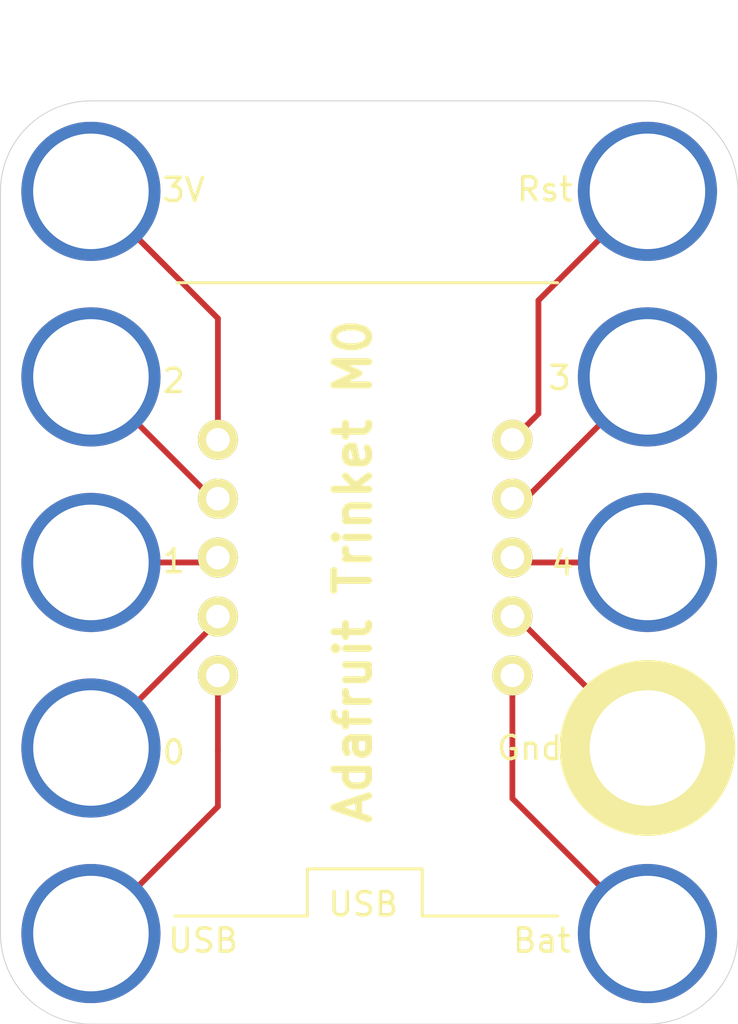
<source format=kicad_pcb>
(kicad_pcb (version 20171130) (host pcbnew "(5.0.1-3-g963ef8bb5)")

  (general
    (thickness 1.6)
    (drawings 2)
    (tracks 23)
    (zones 0)
    (modules 1)
    (nets 1)
  )

  (page A4)
  (layers
    (0 F.Cu signal)
    (31 B.Cu signal)
    (32 B.Adhes user)
    (33 F.Adhes user)
    (34 B.Paste user)
    (35 F.Paste user)
    (36 B.SilkS user)
    (37 F.SilkS user)
    (38 B.Mask user)
    (39 F.Mask user)
    (40 Dwgs.User user)
    (41 Cmts.User user)
    (42 Eco1.User user)
    (43 Eco2.User user)
    (44 Edge.Cuts user)
    (45 Margin user)
    (46 B.CrtYd user)
    (47 F.CrtYd user)
    (48 B.Fab user)
    (49 F.Fab user)
  )

  (setup
    (last_trace_width 0.25)
    (trace_clearance 0.2)
    (zone_clearance 0.508)
    (zone_45_only no)
    (trace_min 0.2)
    (segment_width 0.2)
    (edge_width 0.15)
    (via_size 0.8)
    (via_drill 0.4)
    (via_min_size 0.4)
    (via_min_drill 0.3)
    (uvia_size 0.3)
    (uvia_drill 0.1)
    (uvias_allowed no)
    (uvia_min_size 0.2)
    (uvia_min_drill 0.1)
    (pcb_text_width 0.3)
    (pcb_text_size 1.5 1.5)
    (mod_edge_width 0.15)
    (mod_text_size 1 1)
    (mod_text_width 0.15)
    (pad_size 1.524 1.524)
    (pad_drill 0.762)
    (pad_to_mask_clearance 0.051)
    (solder_mask_min_width 0.25)
    (aux_axis_origin 0 0)
    (grid_origin 134.49 85.34)
    (visible_elements FFFFFF7F)
    (pcbplotparams
      (layerselection 0x010fc_ffffffff)
      (usegerberextensions false)
      (usegerberattributes false)
      (usegerberadvancedattributes false)
      (creategerberjobfile false)
      (excludeedgelayer true)
      (linewidth 0.100000)
      (plotframeref false)
      (viasonmask false)
      (mode 1)
      (useauxorigin false)
      (hpglpennumber 1)
      (hpglpenspeed 20)
      (hpglpendiameter 15.000000)
      (psnegative false)
      (psa4output false)
      (plotreference true)
      (plotvalue true)
      (plotinvisibletext false)
      (padsonsilk false)
      (subtractmaskfromsilk false)
      (outputformat 1)
      (mirror false)
      (drillshape 1)
      (scaleselection 1)
      (outputdirectory ""))
  )

  (net 0 "")

  (net_class Default "This is the default net class."
    (clearance 0.2)
    (trace_width 0.25)
    (via_dia 0.8)
    (via_drill 0.4)
    (uvia_dia 0.3)
    (uvia_drill 0.1)
  )

  (module Crazy_Circuits:Adafruit-Trinket-M0 (layer F.Cu) (tedit 5C573FED) (tstamp 5C63B8F4)
    (at 110.49 53.34)
    (descr "8-lead dip package, row spacing 7.62 mm (300 mils)")
    (tags "dil dip 2.54 300")
    (fp_text reference M0 (at 13 25 90) (layer F.SilkS) hide
      (effects (font (size 1 1) (thickness 0.15)))
    )
    (fp_text value "Adafruit Trinket" (at 11 25 90) (layer F.Fab) hide
      (effects (font (size 1 1) (thickness 0.15)))
    )
    (fp_text user Bat (at 19.447 40.3005) (layer F.SilkS)
      (effects (font (size 1 1) (thickness 0.15)))
    )
    (fp_text user 4 (at 20.336 24.0445) (layer F.SilkS)
      (effects (font (size 1 1) (thickness 0.15)))
    )
    (fp_text user Gnd (at 18.92 32) (layer F.SilkS)
      (effects (font (size 1 1) (thickness 0.15)))
    )
    (fp_text user 3 (at 20.209 16.0435) (layer F.SilkS)
      (effects (font (size 1 1) (thickness 0.15)))
    )
    (fp_text user Rst (at 19.574 7.9155) (layer F.SilkS)
      (effects (font (size 1 1) (thickness 0.15)))
    )
    (fp_text user USB (at 4.842 40.3005) (layer F.SilkS)
      (effects (font (size 1 1) (thickness 0.15)))
    )
    (fp_line (start 3.62 39.243) (end 9.335 39.243) (layer F.SilkS) (width 0.127))
    (fp_line (start 9.335 39.2355) (end 9.335 37.2355) (layer F.SilkS) (width 0.127))
    (fp_line (start 14.288 39.243) (end 20.13 39.243) (layer F.SilkS) (width 0.127))
    (fp_arc (start 24 40) (end 27.9 40) (angle 90) (layer F.Fab) (width 0.04064))
    (fp_arc (start 24 8) (end 24 4.1) (angle 89.89999678) (layer F.Fab) (width 0.04064))
    (fp_line (start 27.9 40) (end 27.899994 7.993193) (layer F.Fab) (width 0.04064))
    (fp_arc (start 0 8) (end -3.9 8) (angle 90) (layer F.Fab) (width 0.04064))
    (fp_arc (start 0.001 40) (end 0.001 43.9) (angle 89.89999678) (layer F.Fab) (width 0.04064))
    (fp_line (start -3.9 8) (end -3.898994 40.006807) (layer F.Fab) (width 0.04064))
    (fp_line (start 24 4.1) (end 0 4.1) (layer F.Fab) (width 0.04064))
    (fp_line (start 0.001 43.9) (end 24 43.9) (layer F.Fab) (width 0.04064))
    (fp_arc (start 24 40) (end 27.9 40) (angle 90) (layer Edge.Cuts) (width 0.04064))
    (fp_arc (start 24 8) (end 24 4.1) (angle 89.89999678) (layer Edge.Cuts) (width 0.04064))
    (fp_line (start 27.9 40) (end 27.899994 7.993193) (layer Edge.Cuts) (width 0.04064))
    (fp_arc (start 0 8) (end -3.9 8) (angle 90) (layer Edge.Cuts) (width 0.04064))
    (fp_arc (start 0.001 40) (end 0.001 43.9) (angle 89.89999678) (layer Edge.Cuts) (width 0.04064))
    (fp_line (start -3.9 8) (end -3.898994 40.006807) (layer Edge.Cuts) (width 0.04064))
    (fp_line (start 24 4.1) (end 0 4.1) (layer Edge.Cuts) (width 0.04064))
    (fp_line (start 0.001 43.9) (end 24 43.9) (layer Edge.Cuts) (width 0.04064))
    (fp_text user 1 (at 3.572 23.94) (layer F.SilkS)
      (effects (font (size 1 1) (thickness 0.15)))
    )
    (fp_text user 0 (at 3.572 32.19) (layer F.SilkS)
      (effects (font (size 1 1) (thickness 0.15)))
    )
    (fp_text user 3V (at 4 7.94) (layer F.SilkS)
      (effects (font (size 1 1) (thickness 0.15)))
    )
    (fp_text user 2 (at 3.572 16.1705) (layer F.SilkS)
      (effects (font (size 1 1) (thickness 0.15)))
    )
    (fp_line (start 14.288 39.243) (end 14.287 37.2355) (layer F.SilkS) (width 0.127))
    (fp_line (start 14.288 37.211) (end 9.335 37.211) (layer F.SilkS) (width 0.127))
    (fp_line (start 3.714 11.938) (end 20.13 11.938) (layer F.SilkS) (width 0.127))
    (fp_text user USB (at 11.748 38.735) (layer F.SilkS)
      (effects (font (size 1 1) (thickness 0.15)))
    )
    (pad Bat thru_hole circle (at 24 40 90) (size 6 6) (drill 4.98) (layers *.Cu *.Mask))
    (pad Gnd thru_hole circle (at 24 32 90) (size 6 6) (drill 4.98) (layers *.Cu *.Mask))
    (pad 4 thru_hole circle (at 24 24 90) (size 6 6) (drill 4.98) (layers *.Cu *.Mask))
    (pad 3 thru_hole circle (at 24 16 90) (size 6 6) (drill 4.98) (layers *.Cu *.Mask))
    (pad Rst thru_hole circle (at 24 8 90) (size 6 6) (drill 4.98) (layers *.Cu *.Mask))
    (pad 1 thru_hole circle (at 0.001 24 90) (size 6 6) (drill 4.98) (layers *.Cu *.Mask))
    (pad USB thru_hole circle (at 0.001 40 90) (size 6 6) (drill 4.98) (layers *.Cu *.Mask))
    (pad 0 thru_hole circle (at 0.001 32 90) (size 6 6) (drill 4.98) (layers *.Cu *.Mask))
    (pad 2 thru_hole circle (at 0.001 16 90) (size 6 6) (drill 4.98) (layers *.Cu *.Mask))
    (pad 3V thru_hole circle (at 0 8 90) (size 6 6) (drill 4.98) (layers *.Cu *.Mask))
    (pad 2 thru_hole circle (at 5.477 21.2505 180) (size 1.7272 1.7272) (drill 1.016) (layers *.Cu *.Mask F.SilkS))
    (pad USB thru_hole circle (at 5.477 28.8705 180) (size 1.7272 1.7272) (drill 1.016) (layers *.Cu *.Mask F.SilkS))
    (pad 3V thru_hole circle (at 5.477 18.7105 180) (size 1.7272 1.7272) (drill 1.016) (layers *.Cu *.Mask F.SilkS))
    (pad 0 thru_hole circle (at 5.477 26.3305 180) (size 1.7272 1.7272) (drill 1.016) (layers *.Cu *.Mask F.SilkS))
    (pad 1 thru_hole circle (at 5.477 23.7905 180) (size 1.7272 1.7272) (drill 1.016) (layers *.Cu *.Mask F.SilkS))
    (pad Rst thru_hole circle (at 18.177 18.7105 180) (size 1.7272 1.7272) (drill 1.016) (layers *.Cu *.Mask F.SilkS))
    (pad 3 thru_hole circle (at 18.177 21.2505 180) (size 1.7272 1.7272) (drill 1.016) (layers *.Cu *.Mask F.SilkS))
    (pad 4 thru_hole circle (at 18.177 23.7905 180) (size 1.7272 1.7272) (drill 1.016) (layers *.Cu *.Mask F.SilkS))
    (pad Gnd thru_hole circle (at 18.177 26.3305 180) (size 1.7272 1.7272) (drill 1.016) (layers *.Cu *.Mask F.SilkS))
    (pad Bat thru_hole circle (at 18.177 28.8705 180) (size 1.7272 1.7272) (drill 1.016) (layers *.Cu *.Mask F.SilkS))
  )

  (gr_text "Adafruit Trinket M0" (at 121.79 77.72 90) (layer F.SilkS)
    (effects (font (size 1.5 1.5) (thickness 0.3)))
  )
  (gr_circle (center 134.49 85.34) (end 137.03 85.34) (layer F.SilkS) (width 2.5))

  (segment (start 110.49 61.34) (end 113.92 64.77) (width 0.25) (layer F.Cu) (net 0))
  (segment (start 115.967 66.817) (end 115.967 72.0505) (width 0.25) (layer F.Cu) (net 0))
  (segment (start 110.49 61.34) (end 115.967 66.817) (width 0.25) (layer F.Cu) (net 0))
  (segment (start 115.7415 74.5905) (end 115.967 74.5905) (width 0.25) (layer F.Cu) (net 0))
  (segment (start 110.491 69.34) (end 115.7415 74.5905) (width 0.25) (layer F.Cu) (net 0))
  (segment (start 115.7575 77.34) (end 115.967 77.1305) (width 0.25) (layer F.Cu) (net 0))
  (segment (start 110.491 77.34) (end 115.7575 77.34) (width 0.25) (layer F.Cu) (net 0))
  (segment (start 115.967 79.864) (end 115.967 79.6705) (width 0.25) (layer F.Cu) (net 0))
  (segment (start 110.491 85.34) (end 115.967 79.864) (width 0.25) (layer F.Cu) (net 0))
  (segment (start 115.967 87.864) (end 115.967 85.487) (width 0.25) (layer F.Cu) (net 0))
  (segment (start 110.491 93.34) (end 115.967 87.864) (width 0.25) (layer F.Cu) (net 0))
  (segment (start 115.967 85.487) (end 115.967 82.2105) (width 0.25) (layer F.Cu) (net 0))
  (segment (start 128.667 87.517) (end 128.667 82.2105) (width 0.25) (layer F.Cu) (net 0))
  (segment (start 134.49 93.34) (end 128.667 87.517) (width 0.25) (layer F.Cu) (net 0))
  (segment (start 128.8205 79.6705) (end 128.667 79.6705) (width 0.25) (layer F.Cu) (net 0))
  (segment (start 134.49 85.34) (end 128.8205 79.6705) (width 0.25) (layer F.Cu) (net 0))
  (segment (start 128.8765 77.34) (end 128.667 77.1305) (width 0.25) (layer F.Cu) (net 0))
  (segment (start 134.49 77.34) (end 128.8765 77.34) (width 0.25) (layer F.Cu) (net 0))
  (segment (start 129.2395 74.5905) (end 128.667 74.5905) (width 0.25) (layer F.Cu) (net 0))
  (segment (start 134.49 69.34) (end 129.2395 74.5905) (width 0.25) (layer F.Cu) (net 0))
  (segment (start 134.49 61.34) (end 129.79 66.04) (width 0.25) (layer F.Cu) (net 0))
  (segment (start 129.79 70.9275) (end 128.667 72.0505) (width 0.25) (layer F.Cu) (net 0))
  (segment (start 129.79 66.04) (end 129.79 70.9275) (width 0.25) (layer F.Cu) (net 0))

)

</source>
